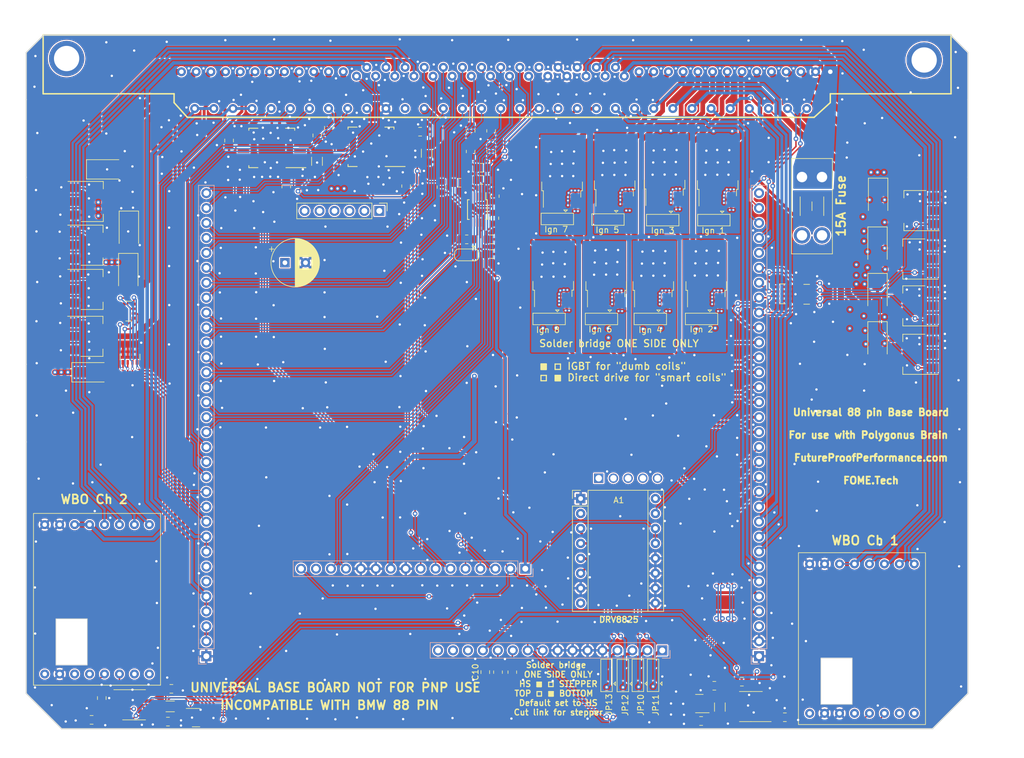
<source format=kicad_pcb>
(kicad_pcb (version 20221018) (generator pcbnew)

  (general
    (thickness 1.6)
  )

  (paper "A4")
  (layers
    (0 "F.Cu" signal)
    (1 "In1.Cu" power "In.Power.Cu")
    (2 "In2.Cu" power "In2.Gnd.Cu")
    (31 "B.Cu" signal)
    (32 "B.Adhes" user "B.Adhesive")
    (33 "F.Adhes" user "F.Adhesive")
    (34 "B.Paste" user)
    (35 "F.Paste" user)
    (36 "B.SilkS" user "B.Silkscreen")
    (37 "F.SilkS" user "F.Silkscreen")
    (38 "B.Mask" user)
    (39 "F.Mask" user)
    (40 "Dwgs.User" user "User.Drawings")
    (41 "Cmts.User" user "User.Comments")
    (42 "Eco1.User" user "User.Eco1")
    (43 "Eco2.User" user "User.Eco2")
    (44 "Edge.Cuts" user)
    (45 "Margin" user)
    (46 "B.CrtYd" user "B.Courtyard")
    (47 "F.CrtYd" user "F.Courtyard")
    (48 "B.Fab" user)
    (49 "F.Fab" user)
    (50 "User.1" user)
    (51 "User.2" user)
    (52 "User.3" user)
    (53 "User.4" user)
    (54 "User.5" user)
    (55 "User.6" user)
    (56 "User.7" user)
    (57 "User.8" user)
    (58 "User.9" user)
  )

  (setup
    (stackup
      (layer "F.SilkS" (type "Top Silk Screen"))
      (layer "F.Paste" (type "Top Solder Paste"))
      (layer "F.Mask" (type "Top Solder Mask") (thickness 0.01))
      (layer "F.Cu" (type "copper") (thickness 0.035))
      (layer "dielectric 1" (type "prepreg") (thickness 0.1) (material "FR4") (epsilon_r 4.5) (loss_tangent 0.02))
      (layer "In1.Cu" (type "copper") (thickness 0.035))
      (layer "dielectric 2" (type "core") (thickness 1.24) (material "FR4") (epsilon_r 4.5) (loss_tangent 0.02))
      (layer "In2.Cu" (type "copper") (thickness 0.035))
      (layer "dielectric 3" (type "prepreg") (thickness 0.1) (material "FR4") (epsilon_r 4.5) (loss_tangent 0.02))
      (layer "B.Cu" (type "copper") (thickness 0.035))
      (layer "B.Mask" (type "Bottom Solder Mask") (thickness 0.01))
      (layer "B.Paste" (type "Bottom Solder Paste"))
      (layer "B.SilkS" (type "Bottom Silk Screen"))
      (copper_finish "ENIG")
      (dielectric_constraints no)
    )
    (pad_to_mask_clearance 0)
    (grid_origin 139.7 53.34)
    (pcbplotparams
      (layerselection 0x00010fc_ffffffff)
      (plot_on_all_layers_selection 0x0000000_00000000)
      (disableapertmacros false)
      (usegerberextensions false)
      (usegerberattributes true)
      (usegerberadvancedattributes true)
      (creategerberjobfile true)
      (dashed_line_dash_ratio 12.000000)
      (dashed_line_gap_ratio 3.000000)
      (svgprecision 6)
      (plotframeref false)
      (viasonmask false)
      (mode 1)
      (useauxorigin false)
      (hpglpennumber 1)
      (hpglpenspeed 20)
      (hpglpendiameter 15.000000)
      (dxfpolygonmode true)
      (dxfimperialunits true)
      (dxfusepcbnewfont true)
      (psnegative false)
      (psa4output false)
      (plotreference true)
      (plotvalue true)
      (plotinvisibletext false)
      (sketchpadsonfab false)
      (subtractmaskfromsilk false)
      (outputformat 1)
      (mirror false)
      (drillshape 1)
      (scaleselection 1)
      (outputdirectory "")
    )
  )

  (net 0 "")
  (net 1 "/12V_MR")
  (net 2 "GND")
  (net 3 "/5V_SENSOR_2")
  (net 4 "/5V_SENSOR_1")
  (net 5 "/DIGITAL_5")
  (net 6 "/DIGITAL_4")
  (net 7 "/CAN+")
  (net 8 "/CAN-")
  (net 9 "/DIGITAL_1")
  (net 10 "/AT4")
  (net 11 "/AT3")
  (net 12 "/AT2")
  (net 13 "/AT1")
  (net 14 "/AV11")
  (net 15 "/AV10")
  (net 16 "/AV9")
  (net 17 "/AV8")
  (net 18 "/AV7")
  (net 19 "/AV6")
  (net 20 "/AV5")
  (net 21 "/AV4")
  (net 22 "/AV3")
  (net 23 "/AV2")
  (net 24 "/AV1")
  (net 25 "/KNOCK_1")
  (net 26 "/LS16")
  (net 27 "/LS15")
  (net 28 "/LS1")
  (net 29 "/LS4")
  (net 30 "/LS6")
  (net 31 "/LS7")
  (net 32 "/LS9ADD")
  (net 33 "/CRANK +")
  (net 34 "/IGBT7")
  (net 35 "/IGBT6")
  (net 36 "/IGBT4")
  (net 37 "/IGBT1")
  (net 38 "/LS13")
  (net 39 "/LS14")
  (net 40 "/LS5")
  (net 41 "/LS8")
  (net 42 "/LS3")
  (net 43 "/LS2")
  (net 44 "/LS10ADD")
  (net 45 "/LS11ADD")
  (net 46 "/LS12ADD")
  (net 47 "/IGBT2")
  (net 48 "/IGBT3")
  (net 49 "/IGBT8")
  (net 50 "/IGBT5")
  (net 51 "/12V_KEY")
  (net 52 "/KNOCK_2")
  (net 53 "/IGN12")
  (net 54 "/IGN11")
  (net 55 "/IGN10")
  (net 56 "/IGN9")
  (net 57 "/IGN8")
  (net 58 "/IGN7")
  (net 59 "/IGN6")
  (net 60 "/IGN5")
  (net 61 "/IGN4")
  (net 62 "/IGN3")
  (net 63 "/IGN2")
  (net 64 "/IGN1")
  (net 65 "/LS9")
  (net 66 "/LS10")
  (net 67 "/LS11")
  (net 68 "/LS12")
  (net 69 "/12V_PROT")
  (net 70 "/DIGITAL_6")
  (net 71 "/DIGITAL_3")
  (net 72 "/DIGITAL_2")
  (net 73 "/HS4")
  (net 74 "/HS3")
  (net 75 "/HS2")
  (net 76 "/HS1")
  (net 77 "/CAN2+")
  (net 78 "/CAN2-")
  (net 79 "/ETB1_PWM")
  (net 80 "/ETB1_DIS")
  (net 81 "/ETB1_DIR")
  (net 82 "/ETB2_PWM")
  (net 83 "/ETB2_DIS")
  (net 84 "/ETB2_DIR")
  (net 85 "/VR2+")
  (net 86 "/VR1+")
  (net 87 "Net-(U3-IN-)")
  (net 88 "Net-(U3-IN+)")
  (net 89 "Net-(U3-BIAS)")
  (net 90 "unconnected-(J4-Pin_38-Pad38)")
  (net 91 "unconnected-(J4-Pin_39-Pad39)")
  (net 92 "unconnected-(J4-Pin_78-Pad78)")
  (net 93 "/CRANK -")
  (net 94 "unconnected-(U3-Pad3)")
  (net 95 "unconnected-(J4-Pin_79-Pad79)")
  (net 96 "/ExtraLSB")
  (net 97 "/ExtraLSC")
  (net 98 "/ExtraLSA")
  (net 99 "Net-(R2-Pad1)")
  (net 100 "/Perm_Live")
  (net 101 "unconnected-(J4-Pin_80-Pad80)")
  (net 102 "unconnected-(J4-Pin_97-Pad97)")
  (net 103 "/12V_MR_FUSE")
  (net 104 "/ETB2_+")
  (net 105 "/ETB2_-")
  (net 106 "/ETB1_+")
  (net 107 "/ETB1_-")
  (net 108 "unconnected-(J4-Pin_98-Pad98)")
  (net 109 "Net-(R3-Pad1)")
  (net 110 "unconnected-(J4-Pin_99-Pad99)")
  (net 111 "unconnected-(J4-Pin_100-Pad100)")
  (net 112 "unconnected-(J4-Pin_101-Pad101)")
  (net 113 "unconnected-(J4-Pin_102-Pad102)")
  (net 114 "unconnected-(J4-Pin_103-Pad103)")
  (net 115 "unconnected-(J4-Pin_104-Pad104)")
  (net 116 "/LSU_Rtrim")
  (net 117 "/LSU_Un")
  (net 118 "/HeaterNeg")
  (net 119 "/LSU_Ip")
  (net 120 "/LSU_Vm")
  (net 121 "unconnected-(J4-Pin_105-Pad105)")
  (net 122 "unconnected-(J4-Pin_106-Pad106)")
  (net 123 "unconnected-(J4-Pin_107-Pad107)")
  (net 124 "Net-(JP1-B)")
  (net 125 "Net-(JP2-C)")
  (net 126 "Net-(JP3-B)")
  (net 127 "Net-(JP4-B)")
  (net 128 "Net-(JP5-B)")
  (net 129 "Net-(JP6-B)")
  (net 130 "Net-(JP7-B)")
  (net 131 "Net-(JP8-B)")
  (net 132 "Net-(JP9-B)")
  (net 133 "Net-(U3-EXT)")
  (net 134 "Net-(RN2-R4.2)")
  (net 135 "Net-(RN2-R3.2)")
  (net 136 "Net-(RN2-R2.2)")
  (net 137 "/ExtraLSD")
  (net 138 "Net-(RN2-R1.2)")
  (net 139 "Net-(C10-Pad1)")
  (net 140 "Net-(RN4-R4.2)")
  (net 141 "Net-(RN4-R3.2)")
  (net 142 "Net-(RN4-R2.2)")
  (net 143 "Net-(RN4-R1.2)")
  (net 144 "unconnected-(U2-SO-Pad3)")
  (net 145 "unconnected-(U2-SI-Pad8)")
  (net 146 "unconnected-(U2-CSN-Pad9)")
  (net 147 "/RC1")
  (net 148 "/RC2")
  (net 149 "/CAN_RX")
  (net 150 "/CAN_TX")
  (net 151 "unconnected-(U2-SCK-Pad10)")
  (net 152 "unconnected-(U4-Drain-Pad2)")
  (net 153 "unconnected-(U5-Drain-Pad2)")
  (net 154 "unconnected-(U6-Drain-Pad2)")
  (net 155 "unconnected-(U7-Drain-Pad2)")
  (net 156 "unconnected-(U8-SO-Pad3)")
  (net 157 "unconnected-(U8-SI-Pad8)")
  (net 158 "unconnected-(U8-CSN-Pad9)")
  (net 159 "/LSU_Ip2")
  (net 160 "/LSU_Un2")
  (net 161 "/HeaterNeg2")
  (net 162 "/LSU_Vm2")
  (net 163 "/LSU_Rtrim2")
  (net 164 "/CAN_RX2")
  (net 165 "/CAN_TX2")
  (net 166 "unconnected-(U8-SCK-Pad10)")
  (net 167 "unconnected-(U9-Drain-Pad2)")
  (net 168 "unconnected-(U10-Drain-Pad2)")
  (net 169 "unconnected-(U11-Drain-Pad2)")
  (net 170 "unconnected-(U12-Drain-Pad2)")
  (net 171 "unconnected-(U14-Boot0-Pad8)")
  (net 172 "unconnected-(U1-SEL_2-Pad4)")
  (net 173 "unconnected-(U1-Boot0-Pad8)")
  (net 174 "unconnected-(U14-SEL_1-Pad3)")
  (net 175 "+5V")
  (net 176 "+3.3V")
  (net 177 "unconnected-(A1-~{FLT}-Pad2)")
  (net 178 "Net-(A1-B2)")
  (net 179 "Net-(A1-B1)")
  (net 180 "Net-(A1-A1)")
  (net 181 "Net-(A1-A2)")

  (footprint "Capacitor_SMD:C_0805_2012Metric_Pad1.18x1.45mm_HandSolder" (layer "F.Cu") (at 136.3 63.64))

  (footprint "Diode_SMD:D_SMA" (layer "F.Cu") (at 201.8 78.64 -90))

  (footprint "Resistor_SMD:R_Array_Convex_4x0603" (layer "F.Cu") (at 74.8 81.14 -90))

  (footprint "Package_TO_SOT_SMD:TO-252-2" (layer "F.Cu") (at 165.617124 50.100737 90))

  (footprint "Package_TO_SOT_SMD:SOT-223" (layer "F.Cu") (at 68.304476 62.131561))

  (footprint "Capacitor_THT:CP_Radial_D8.0mm_P3.50mm" (layer "F.Cu") (at 101.112052 65.110107))

  (footprint "Package_SO:SOIC-8_3.9x4.9mm_P1.27mm" (layer "F.Cu") (at 75.481624 140.271545))

  (footprint "Resistor_SMD:R_Array_Convex_4x0603" (layer "F.Cu") (at 189.762544 70.473813))

  (footprint "Jumper:SolderJumper-3_P2.0mm_Open_TrianglePad1.0x1.5mm" (layer "F.Cu") (at 174 57.84 180))

  (footprint "Resistor_SMD:R_0805_2012Metric" (layer "F.Cu") (at 121.703685 52.084021 90))

  (footprint "Package_TO_SOT_SMD:SOT-223" (layer "F.Cu") (at 68.341189 54.705741))

  (footprint "Capacitor_SMD:C_0805_2012Metric" (layer "F.Cu") (at 68.262465 142.838958 180))

  (footprint "Jumper:SolderJumper-3_P2.0mm_Open_TrianglePad1.0x1.5mm" (layer "F.Cu") (at 163.68366 135.267443 90))

  (footprint "wideband_module:f042_wideband_module" (layer "F.Cu") (at 190.269349 141.724815 90))

  (footprint "Package_TO_SOT_SMD:SOT-223" (layer "F.Cu") (at 208.188488 56.250546 180))

  (footprint "Capacitor_SMD:C_0805_2012Metric" (layer "F.Cu") (at 124.082661 42.835627 180))

  (footprint "Capacitor_SMD:C_0805_2012Metric" (layer "F.Cu") (at 178.755526 136.34))

  (footprint "Package_TO_SOT_SMD:SOT-223" (layer "F.Cu") (at 208.005466 64.486559 180))

  (footprint "Capacitor_SMD:C_0805_2012Metric" (layer "F.Cu") (at 81.818167 137.563839 180))

  (footprint "Package_TO_SOT_SMD:SOT-223" (layer "F.Cu") (at 68.304476 69.655819))

  (footprint "Diode_SMD:D_SMA" (layer "F.Cu") (at 70.9 49.24))

  (footprint "Diode_SMD:D_SMA" (layer "F.Cu") (at 74.5 67.04 -90))

  (footprint "Resistor_SMD:R_0805_2012Metric" (layer "F.Cu") (at 136.156488 46.174308 90))

  (footprint "Jumper:SolderJumper-3_P2.0mm_Open_TrianglePad1.0x1.5mm" (layer "F.Cu") (at 154.9 74.64 180))

  (footprint "Capacitor_SMD:C_0805_2012Metric" (layer "F.Cu") (at 174.072461 137.038591 180))

  (footprint "Jumper:SolderJumper-3_P2.0mm_Open_TrianglePad1.0x1.5mm" (layer "F.Cu") (at 165.3 57.84 180))

  (footprint "Package_TO_SOT_SMD:TO-252-2" (layer "F.Cu") (at 155.7 67.34 90))

  (footprint "Module:Pololu_Breakout-16_15.2x20.3mm" (layer "F.Cu") (at 151.36 105.20975))

  (footprint "Capacitor_SMD:C_0805_2012Metric" (layer "F.Cu") (at 81.234731 143.131829))

  (footprint "Capacitor_SMD:C_0805_2012Metric" (layer "F.Cu") (at 171.827796 143.031045))

  (footprint "Package_SO:MSOP-10_3x3mm_P0.5mm" (layer "F.Cu") (at 133.811353 56.080996 -90))

  (footprint "Jumper:SolderJumper-3_P2.0mm_Open_TrianglePad1.0x1.5mm" (layer "F.Cu") (at 171.9 74.64 180))

  (footprint "Resistor_SMD:R_0805_2012Metric" (layer "F.Cu") (at 132.665586 46.198892 90))

  (footprint "Package_TO_SOT_SMD:SOT-223" (layer "F.Cu") (at 208.005466 80.684051 180))

  (footprint "Jumper:SolderJumper-3_P2.0mm_Open_TrianglePad1.0x1.5mm" (layer "F.Cu") (at 158.55678 135.304729 90))

  (footprint "Resistor_SMD:R_Array_Convex_4x0603" (layer "F.Cu") (at 74.558314 73.339005 180))

  (footprint "Package_SO:Infineon_PG-DSO-12-9" (layer "F.Cu") (at 115.737906 45.408604 180))

  (footprint "Resistor_SMD:R_0805_2012Metric" (layer "F.Cu") (at 134.509372 48.964572 180))

  (footprint "Package_TO_SOT_SMD:SOT-223" (layer "F.Cu")
    (tstamp 66800468-c8eb-4ffe-8f26-d28f4964eae4)
    (at 68.277619 77.63282)
    (descr "module CMS SOT223 4 pins")
    (tags "CMS SOT")
    (property "LCSC" "C2680415")
    (property "Sheetfile" "Lowside Adder.kicad_sch")
    (property "Sheetname" "Lowside Adder1")
    (path "/2e1028d9-7b0e-4bfd-a0ec-cbc4907c4bcc/c46d4d24-31af-45df-bde2-b86b9dd6d6f8")
    (attr smd)
    (fp_text reference "U11" (at -6.042723 0.39065) (layer "F.SilkS") hide
        (effects (font (size 1 1) (thickness 0.15)))
      (tstamp 94a7bcef-04d2-4415-bf4d-255fa322b4c0)
    )
    (fp_text value "VNL5090" (at 0 4.5) (layer "F.Fab") hide
        (effects (font (size 1 1) (thickness 0.15)))
      (tstamp 82c2c0cf-1141-4c1a-8013-130daf3cd355)
    )
    (fp_text user "${REFERENCE}" (at 0 0 90) (layer "F.Fab")
        (effects (font (size 0.8 0.8) (thickness 0.12)))
      (tstamp 89481332-3839-46c2-a181-701e719a897a)
    )
    (fp_line (start -4.1 -3.41) (end 1.91 -3.41)
      (stroke (width 0.12) (type solid)) (layer "F.SilkS") (tstamp 243ad795-d45f-41d7-b66a-04b2d1180b1c))
    (fp_line (start -1.85 3.41) (end 1.91 3.41)
... [5042052 chars truncated]
</source>
